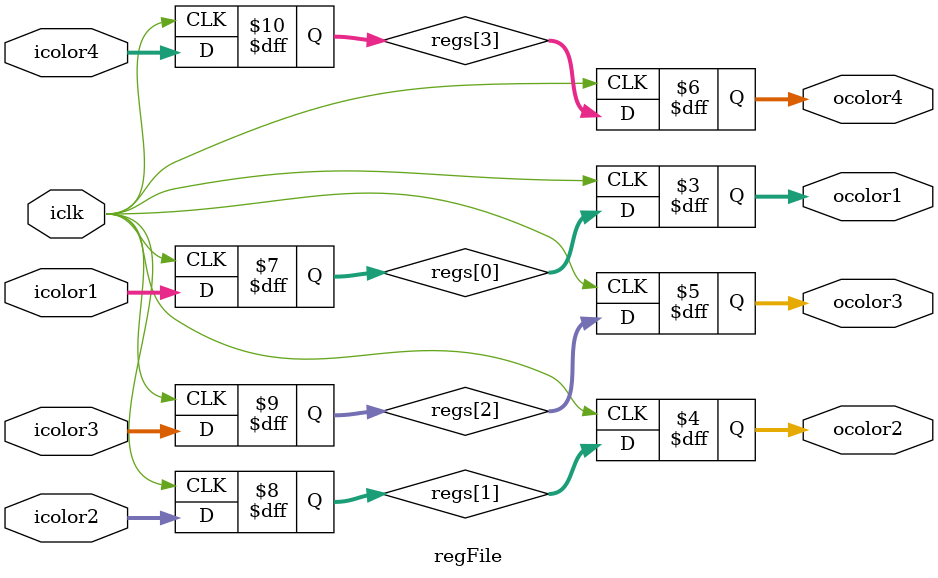
<source format=sv>
module regFile(input logic [23:0] icolor1,
											 icolor2,
											 icolor3,
											 icolor4,
					input logic iclk,
					output logic [23:0] ocolor1,
											  ocolor2,
											  ocolor3,
											  ocolor4);

	logic [23:0] regs [3:0];
	
	always @(posedge iclk) begin
		regs[0] <= icolor1;
		regs[1] <= icolor2;
		regs[2] <= icolor3;
		regs[3] <= icolor4;
	end
	
	always @(negedge iclk) begin
		ocolor1 <= regs[0];
		ocolor2 <= regs[1];
		ocolor3 <= regs[2];
		ocolor4 <= regs[3];
	end
	
	
	
endmodule 
</source>
